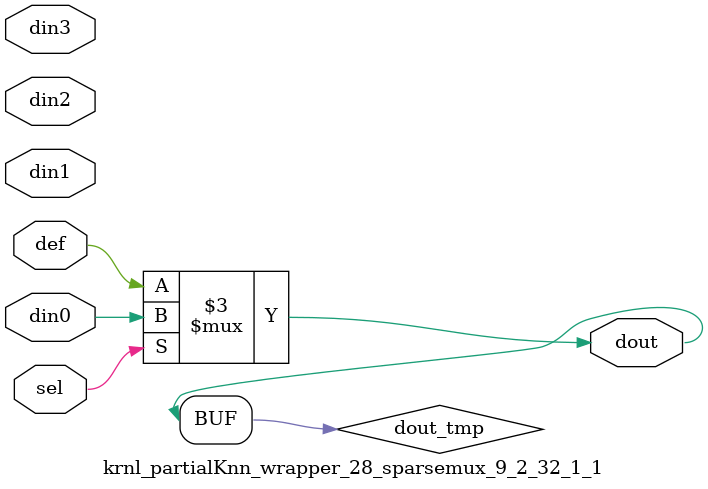
<source format=v>
`timescale 1 ns / 1 ps
module krnl_partialKnn_wrapper_28_sparsemux_9_2_32_1_1 (din0,din1,din2,din3,def,sel,dout);
parameter din0_WIDTH = 1;
parameter din1_WIDTH = 1;
parameter din2_WIDTH = 1;
parameter din3_WIDTH = 1;
parameter def_WIDTH = 1;
parameter sel_WIDTH = 1;
parameter dout_WIDTH = 1;
parameter [sel_WIDTH-1:0] CASE0 = 1;
parameter [sel_WIDTH-1:0] CASE1 = 1;
parameter [sel_WIDTH-1:0] CASE2 = 1;
parameter [sel_WIDTH-1:0] CASE3 = 1;
parameter ID = 1;
parameter NUM_STAGE = 1;
input [din0_WIDTH-1:0] din0;
input [din1_WIDTH-1:0] din1;
input [din2_WIDTH-1:0] din2;
input [din3_WIDTH-1:0] din3;
input [def_WIDTH-1:0] def;
input [sel_WIDTH-1:0] sel;
output [dout_WIDTH-1:0] dout;
reg [dout_WIDTH-1:0] dout_tmp;
always @ (*) begin
case (sel)
    
    CASE0 : dout_tmp = din0;
    
    CASE1 : dout_tmp = din1;
    
    CASE2 : dout_tmp = din2;
    
    CASE3 : dout_tmp = din3;
    
    default : dout_tmp = def;
endcase
end
assign dout = dout_tmp;
endmodule
</source>
